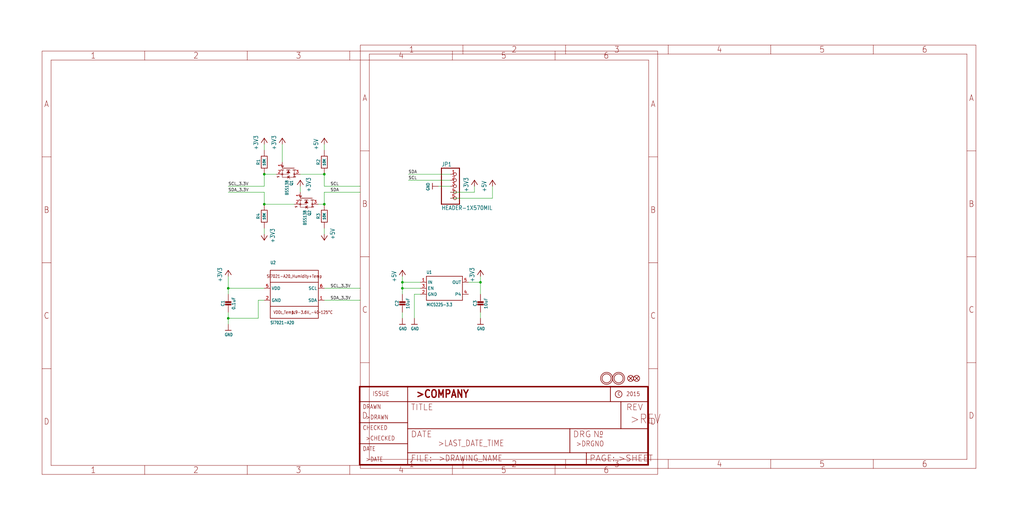
<source format=kicad_sch>
(kicad_sch (version 20211123) (generator eeschema)
  (paper "User" 433.07 220.421)
  (lib_symbols
    (symbol "eagleSchem-eagle-import:+3V3" (power)
      (property "Value" "+3V3" (at -2.54 -5.08 90))
      (symbol "+3V3_1_0"
        (polyline (pts (xy 0 0) (xy -1.27 -1.905)) (stroke (width 0.254)))
        (polyline (pts (xy 1.27 -1.905) (xy 0 0)) (stroke (width 0.254)))
        (pin power_in line (at 0 -2.54 90) (length 2.54) (name "+3V3") (number "1"))
      )
    )
    (symbol "eagleSchem-eagle-import:+5V" (power)
      (property "Value" "+5V" (at -2.54 -5.08 90))
      (symbol "+5V_1_0"
        (polyline (pts (xy 0 0) (xy -1.27 -1.905)) (stroke (width 0.254)))
        (polyline (pts (xy 1.27 -1.905) (xy 0 0)) (stroke (width 0.254)))
        (pin power_in line (at 0 -2.54 90) (length 2.54) (name "+5V") (number "1"))
      )
    )
    (symbol "eagleSchem-eagle-import:CAP_CERAMIC0805-NOOUTLINE"
      (property "Reference" "C" (at -2.29 1.25 90))
      (property "Value" "CAP_CERAMIC0805-NOOUTLINE" (at 2.3 1.25 90))
      (symbol "CAP_CERAMIC0805-NOOUTLINE_1_0"
        (rectangle (start -1.27 0.508) (end 1.27 1.016) (fill (type outline)))
        (rectangle (start -1.27 1.524) (end 1.27 2.032) (fill (type outline)))
        (polyline (pts (xy 0 0.762) (xy 0 0)) (stroke (width 0.1524)))
        (polyline (pts (xy 0 2.54) (xy 0 1.778)) (stroke (width 0.1524)))
        (pin passive line (at 0 5.08 270) (length 2.54) (name "1") (number "1"))
        (pin passive line (at 0 -2.54 90) (length 2.54) (name "2") (number "2"))
      )
    )
    (symbol "eagleSchem-eagle-import:FIDUCIAL{dblquote}{dblquote}"
      (symbol "FIDUCIAL{dblquote}{dblquote}_1_0"
        (polyline (pts (xy -0.762 0.762) (xy 0.762 -0.762)) (stroke (width 0.254)))
        (polyline (pts (xy 0.762 0.762) (xy -0.762 -0.762)) (stroke (width 0.254)))
        (circle (center 0 0) (radius 1.27) (stroke (width 0.254)))
      )
    )
    (symbol "eagleSchem-eagle-import:FRAME_A4"
      (symbol "FRAME_A4_0_0"
        (polyline (pts (xy 0 44.7675) (xy 3.81 44.7675)))
        (polyline (pts (xy 0 89.535) (xy 3.81 89.535)))
        (polyline (pts (xy 0 134.3025) (xy 3.81 134.3025)))
        (polyline (pts (xy 3.81 3.81) (xy 3.81 175.26)))
        (polyline (pts (xy 43.3917 0) (xy 43.3917 3.81)))
        (polyline (pts (xy 43.3917 175.26) (xy 43.3917 179.07)))
        (polyline (pts (xy 86.7833 0) (xy 86.7833 3.81)))
        (polyline (pts (xy 86.7833 175.26) (xy 86.7833 179.07)))
        (polyline (pts (xy 130.175 0) (xy 130.175 3.81)))
        (polyline (pts (xy 130.175 175.26) (xy 130.175 179.07)))
        (polyline (pts (xy 173.5667 0) (xy 173.5667 3.81)))
        (polyline (pts (xy 173.5667 175.26) (xy 173.5667 179.07)))
        (polyline (pts (xy 216.9583 0) (xy 216.9583 3.81)))
        (polyline (pts (xy 216.9583 175.26) (xy 216.9583 179.07)))
        (polyline (pts (xy 256.54 3.81) (xy 3.81 3.81)))
        (polyline (pts (xy 256.54 3.81) (xy 256.54 175.26)))
        (polyline (pts (xy 256.54 44.7675) (xy 260.35 44.7675)))
        (polyline (pts (xy 256.54 89.535) (xy 260.35 89.535)))
        (polyline (pts (xy 256.54 134.3025) (xy 260.35 134.3025)))
        (polyline (pts (xy 256.54 175.26) (xy 3.81 175.26)))
        (polyline (pts (xy 0 0) (xy 260.35 0) (xy 260.35 179.07) (xy 0 179.07) (xy 0 0)))
        (text "1" (at 21.6958 1.905 0) (effects (font (size 2.54 2.286))))
        (text "1" (at 21.6958 177.165 0) (effects (font (size 2.54 2.286))))
        (text "2" (at 65.0875 1.905 0) (effects (font (size 2.54 2.286))))
        (text "2" (at 65.0875 177.165 0) (effects (font (size 2.54 2.286))))
        (text "3" (at 108.4792 1.905 0) (effects (font (size 2.54 2.286))))
        (text "3" (at 108.4792 177.165 0) (effects (font (size 2.54 2.286))))
        (text "4" (at 151.8708 1.905 0) (effects (font (size 2.54 2.286))))
        (text "4" (at 151.8708 177.165 0) (effects (font (size 2.54 2.286))))
        (text "5" (at 195.2625 1.905 0) (effects (font (size 2.54 2.286))))
        (text "5" (at 195.2625 177.165 0) (effects (font (size 2.54 2.286))))
        (text "6" (at 238.6542 1.905 0) (effects (font (size 2.54 2.286))))
        (text "6" (at 238.6542 177.165 0) (effects (font (size 2.54 2.286))))
        (text "A" (at 1.905 156.6863 0) (effects (font (size 2.54 2.286))))
        (text "A" (at 258.445 156.6863 0) (effects (font (size 2.54 2.286))))
        (text "B" (at 1.905 111.9188 0) (effects (font (size 2.54 2.286))))
        (text "B" (at 258.445 111.9188 0) (effects (font (size 2.54 2.286))))
        (text "C" (at 1.905 67.1513 0) (effects (font (size 2.54 2.286))))
        (text "C" (at 258.445 67.1513 0) (effects (font (size 2.54 2.286))))
        (text "D" (at 1.905 22.3838 0) (effects (font (size 2.54 2.286))))
        (text "D" (at 258.445 22.3838 0) (effects (font (size 2.54 2.286))))
      )
      (symbol "FRAME_A4_1_0"
        (polyline (pts (xy 256.54 3.81) (xy 256.54 8.89)) (stroke (width 0.1016)))
        (polyline (pts (xy 256.54 8.89) (xy 256.54 13.97)) (stroke (width 0.1016)))
        (polyline (pts (xy 256.54 13.97) (xy 256.54 19.05)) (stroke (width 0.1016)))
        (polyline (pts (xy 256.54 19.05) (xy 256.54 36.83)) (stroke (width 0.1016)))
      )
      (symbol "FRAME_A4_2_0"
        (polyline (pts (xy -0.3048 1.5748) (xy 20.0152 1.5748)) (stroke (width 0.6096)))
        (polyline (pts (xy -0.3048 10.4648) (xy -0.3048 1.5748)) (stroke (width 0.6096)))
        (polyline (pts (xy -0.3048 10.4648) (xy 20.0152 10.4648)) (stroke (width 0.3048)))
        (polyline (pts (xy -0.3048 19.3548) (xy -0.3048 10.4648)) (stroke (width 0.6096)))
        (polyline (pts (xy -0.3048 19.3548) (xy 20.0152 19.3548)) (stroke (width 0.3048)))
        (polyline (pts (xy -0.3048 28.2448) (xy -0.3048 19.3548)) (stroke (width 0.6096)))
        (polyline (pts (xy -0.3048 28.2448) (xy 20.0152 28.2448)) (stroke (width 0.3048)))
        (polyline (pts (xy -0.3048 34.5948) (xy -0.3048 28.2448)) (stroke (width 0.6096)))
        (polyline (pts (xy 20.0152 1.5748) (xy 20.0152 6.6548)) (stroke (width 0.3048)))
        (polyline (pts (xy 20.0152 1.5748) (xy 95.5802 1.5748)) (stroke (width 0.6096)))
        (polyline (pts (xy 20.0152 6.6548) (xy 20.0152 10.4648)) (stroke (width 0.3048)))
        (polyline (pts (xy 20.0152 6.6548) (xy 88.5952 6.6548)) (stroke (width 0.3048)))
        (polyline (pts (xy 20.0152 10.4648) (xy 20.0152 16.8148)) (stroke (width 0.3048)))
        (polyline (pts (xy 20.0152 16.8148) (xy 20.0152 19.3548)) (stroke (width 0.3048)))
        (polyline (pts (xy 20.0152 19.3548) (xy 20.0152 28.2448)) (stroke (width 0.3048)))
        (polyline (pts (xy 20.0152 28.2448) (xy 20.0152 34.5948)) (stroke (width 0.3048)))
        (polyline (pts (xy 20.0152 28.2448) (xy 105.7402 28.2448)) (stroke (width 0.3048)))
        (polyline (pts (xy 20.0152 34.5948) (xy -0.3048 34.5948)) (stroke (width 0.6096)))
        (polyline (pts (xy 88.5952 6.6548) (xy 95.5802 6.6548)) (stroke (width 0.3048)))
        (polyline (pts (xy 88.5952 16.8148) (xy 20.0152 16.8148)) (stroke (width 0.3048)))
        (polyline (pts (xy 88.5952 16.8148) (xy 88.5952 6.6548)) (stroke (width 0.3048)))
        (polyline (pts (xy 95.5802 1.5748) (xy 121.6152 1.5748)) (stroke (width 0.6096)))
        (polyline (pts (xy 95.5802 6.6548) (xy 95.5802 1.5748)) (stroke (width 0.3048)))
        (polyline (pts (xy 95.5802 6.6548) (xy 121.6152 6.6548)) (stroke (width 0.3048)))
        (polyline (pts (xy 101.2952 13.3223) (xy 102.2477 13.3223)) (stroke (width 0.254)))
        (polyline (pts (xy 105.7402 28.2448) (xy 105.7402 34.5948)) (stroke (width 0.3048)))
        (polyline (pts (xy 105.7402 28.2448) (xy 110.1852 28.2448)) (stroke (width 0.3048)))
        (polyline (pts (xy 105.7402 34.5948) (xy 20.0152 34.5948)) (stroke (width 0.6096)))
        (polyline (pts (xy 110.1852 16.8148) (xy 88.5952 16.8148)) (stroke (width 0.3048)))
        (polyline (pts (xy 110.1852 28.2448) (xy 110.1852 16.8148)) (stroke (width 0.3048)))
        (polyline (pts (xy 110.1852 28.2448) (xy 121.6152 28.2448)) (stroke (width 0.3048)))
        (polyline (pts (xy 121.6152 6.6548) (xy 121.6152 1.5748)) (stroke (width 0.6096)))
        (polyline (pts (xy 121.6152 16.8148) (xy 110.1852 16.8148)) (stroke (width 0.3048)))
        (polyline (pts (xy 121.6152 16.8148) (xy 121.6152 6.6548)) (stroke (width 0.6096)))
        (polyline (pts (xy 121.6152 28.2448) (xy 121.6152 16.8148)) (stroke (width 0.6096)))
        (polyline (pts (xy 121.6152 34.5948) (xy 105.7402 34.5948)) (stroke (width 0.6096)))
        (polyline (pts (xy 121.6152 34.5948) (xy 121.6152 28.2448)) (stroke (width 0.6096)))
        (circle (center 109.2327 31.4198) (radius 1.4199) (stroke (width 0.254)))
        (text "2015" (at 112.4077 30.4673 0) (effects (font (size 1.778 1.5113)) (justify left bottom)))
        (text ">CHECKED" (at 2.2352 11.7348 0) (effects (font (size 1.778 1.5113)) (justify left bottom)))
        (text ">COMPANY" (at 23.349 29.6735 0) (effects (font (size 3.175 2.6987) (thickness 0.5397) bold) (justify left bottom)))
        (text ">DATE" (at 2.2352 2.8448 0) (effects (font (size 1.778 1.5113)) (justify left bottom)))
        (text ">DRAWING_NAME" (at 33.0327 2.8448 0) (effects (font (size 2.54 2.159)) (justify left bottom)))
        (text ">DRAWN" (at 2.2352 20.6248 0) (effects (font (size 1.778 1.5113)) (justify left bottom)))
        (text ">DRGNO" (at 91.1352 9.1948 0) (effects (font (size 2.1844 1.8567)) (justify left bottom)))
        (text ">LAST_DATE_TIME" (at 32.7152 9.1948 0) (effects (font (size 2.54 2.159)) (justify left bottom)))
        (text ">REV" (at 113.9952 18.7198 0) (effects (font (size 3.81 3.2385)) (justify left bottom)))
        (text ">SHEET" (at 108.9152 2.8448 0) (effects (font (size 2.54 2.54)) (justify left bottom)))
        (text "C" (at 108.7564 30.7848 0) (effects (font (size 1.27 1.0795)) (justify left bottom)))
        (text "CHECKED" (at 0.9652 16.1798 0) (effects (font (size 1.778 1.5113)) (justify left bottom)))
        (text "DATE" (at 0.9652 7.2898 0) (effects (font (size 1.778 1.5113)) (justify left bottom)))
        (text "DATE" (at 21.2852 13.0048 0) (effects (font (size 2.54 2.54)) (justify left bottom)))
        (text "DRAWN" (at 0.9652 25.0698 0) (effects (font (size 1.778 1.5113)) (justify left bottom)))
        (text "DRG" (at 89.8652 13.0048 0) (effects (font (size 2.54 2.54)) (justify left bottom)))
        (text "FILE:" (at 21.2852 2.8448 0) (effects (font (size 2.54 2.54)) (justify left bottom)))
        (text "ISSUE" (at 5.0927 30.4673 0) (effects (font (size 1.9304 1.6408)) (justify left bottom)))
        (text "N" (at 98.4377 13.0048 0) (effects (font (size 2.54 2.54)) (justify left bottom)))
        (text "o" (at 100.9777 13.9573 0) (effects (font (size 2.1844 1.8567)) (justify left bottom)))
        (text "PAGE:" (at 96.8502 2.8448 0) (effects (font (size 2.54 2.54)) (justify left bottom)))
        (text "REV" (at 112.4077 24.4348 0) (effects (font (size 2.54 2.54)) (justify left bottom)))
        (text "TITLE" (at 21.2852 24.4348 0) (effects (font (size 2.54 2.54)) (justify left bottom)))
      )
    )
    (symbol "eagleSchem-eagle-import:GND" (power)
      (property "Value" "GND" (at -1.524 -2.54 0))
      (symbol "GND_1_0"
        (polyline (pts (xy -1.27 0) (xy 1.27 0)) (stroke (width 0.254)))
        (pin power_in line (at 0 2.54 270) (length 2.54) (name "GND") (number "1"))
      )
    )
    (symbol "eagleSchem-eagle-import:HEADER-1X570MIL"
      (property "Reference" "JP" (at -6.35 8.255 0))
      (property "Value" "HEADER-1X570MIL" (at -6.35 -10.16 0))
      (symbol "HEADER-1X570MIL_1_0"
        (polyline (pts (xy -6.35 -7.62) (xy 1.27 -7.62)) (stroke (width 0.4064)))
        (polyline (pts (xy -6.35 7.62) (xy -6.35 -7.62)) (stroke (width 0.4064)))
        (polyline (pts (xy 1.27 -7.62) (xy 1.27 7.62)) (stroke (width 0.4064)))
        (polyline (pts (xy 1.27 7.62) (xy -6.35 7.62)) (stroke (width 0.4064)))
        (pin passive inverted (at -2.54 5.08 0) (length 2.54) (name "1") (number "1"))
        (pin passive inverted (at -2.54 2.54 0) (length 2.54) (name "2") (number "2"))
        (pin passive inverted (at -2.54 0 0) (length 2.54) (name "3") (number "3"))
        (pin passive inverted (at -2.54 -2.54 0) (length 2.54) (name "4") (number "4"))
        (pin passive inverted (at -2.54 -5.08 0) (length 2.54) (name "5") (number "5"))
      )
    )
    (symbol "eagleSchem-eagle-import:MOSFET-NWIDE"
      (property "Reference" "Q" (at 5.08 0.635 0))
      (property "Value" "MOSFET-NWIDE" (at 5.08 -1.27 0))
      (symbol "MOSFET-NWIDE_1_0"
        (polyline (pts (xy 0 2.54) (xy 0 -2.54)) (stroke (width 0.254)))
        (polyline (pts (xy 0.762 -2.54) (xy 0.762 -3.175)) (stroke (width 0.254)))
        (polyline (pts (xy 0.762 -1.905) (xy 0.762 -2.54)) (stroke (width 0.254)))
        (polyline (pts (xy 0.762 0) (xy 0.762 -0.762)) (stroke (width 0.254)))
        (polyline (pts (xy 0.762 0) (xy 2.54 0)) (stroke (width 0.1524)))
        (polyline (pts (xy 0.762 0.762) (xy 0.762 0)) (stroke (width 0.254)))
        (polyline (pts (xy 0.762 2.54) (xy 0.762 1.905)) (stroke (width 0.254)))
        (polyline (pts (xy 0.762 2.54) (xy 3.81 2.54)) (stroke (width 0.1524)))
        (polyline (pts (xy 0.762 3.175) (xy 0.762 2.54)) (stroke (width 0.254)))
        (polyline (pts (xy 2.54 -2.54) (xy 0.762 -2.54)) (stroke (width 0.1524)))
        (polyline (pts (xy 2.54 -2.54) (xy 3.81 -2.54)) (stroke (width 0.1524)))
        (polyline (pts (xy 2.54 0) (xy 2.54 -2.54)) (stroke (width 0.1524)))
        (polyline (pts (xy 3.302 0.508) (xy 3.048 0.254)) (stroke (width 0.1524)))
        (polyline (pts (xy 3.81 0.508) (xy 3.302 0.508)) (stroke (width 0.1524)))
        (polyline (pts (xy 3.81 0.508) (xy 3.81 -2.54)) (stroke (width 0.1524)))
        (polyline (pts (xy 3.81 2.54) (xy 3.81 0.508)) (stroke (width 0.1524)))
        (polyline (pts (xy 4.318 0.508) (xy 3.81 0.508)) (stroke (width 0.1524)))
        (polyline (pts (xy 4.572 0.762) (xy 4.318 0.508)) (stroke (width 0.1524)))
        (polyline (pts (xy 1.016 0) (xy 2.032 0.762) (xy 2.032 -0.762)) (fill (type outline)))
        (polyline (pts (xy 3.81 0.508) (xy 3.302 -0.254) (xy 4.318 -0.254)) (fill (type outline)))
        (circle (center 2.54 -2.54) (radius 0.3592))
        (circle (center 2.54 2.54) (radius 0.3592))
        (text "D" (at 3.175 3.175 0) (effects (font (size 0.8128 0.6908)) (justify left bottom)))
        (text "G" (at -1.27 -1.905 0) (effects (font (size 0.8128 0.6908)) (justify left bottom)))
        (text "S" (at 3.175 -3.81 0) (effects (font (size 0.8128 0.6908)) (justify left bottom)))
        (pin bidirectional line (at -2.54 -2.54 0) (length 2.54) (name "G") (number "1"))
        (pin bidirectional line (at 2.54 -5.08 90) (length 2.54) (name "S") (number "2"))
        (pin bidirectional line (at 2.54 5.08 270) (length 2.54) (name "D") (number "3"))
      )
    )
    (symbol "eagleSchem-eagle-import:MOUNTINGHOLE2.5"
      (symbol "MOUNTINGHOLE2.5_1_0"
        (circle (center 0 0) (radius 1.905) (stroke (width 0.254)))
        (circle (center 0 0) (radius 2.54) (stroke (width 0.254)))
      )
    )
    (symbol "eagleSchem-eagle-import:RESISTOR0805_NOOUTLINE"
      (property "Reference" "R" (at 0 2.54 0))
      (property "Value" "RESISTOR0805_NOOUTLINE" (at 0 0 0))
      (symbol "RESISTOR0805_NOOUTLINE_1_0"
        (polyline (pts (xy -2.54 -1.27) (xy -2.54 1.27)) (stroke (width 0.254)))
        (polyline (pts (xy -2.54 1.27) (xy 2.54 1.27)) (stroke (width 0.254)))
        (polyline (pts (xy 2.54 -1.27) (xy -2.54 -1.27)) (stroke (width 0.254)))
        (polyline (pts (xy 2.54 1.27) (xy 2.54 -1.27)) (stroke (width 0.254)))
        (pin passive line (at -5.08 0 0) (length 2.54) (name "1") (number "1"))
        (pin passive line (at 5.08 0 180) (length 2.54) (name "2") (number "2"))
      )
    )
    (symbol "eagleSchem-eagle-import:SI7021-A20"
      (property "Value" "SI7021-A20" (at -10.16 -12.7 0))
      (symbol "SI7021-A20_1_0"
        (polyline (pts (xy -10.16 -10.16) (xy 10.16 -10.16)) (stroke (width 0.254)))
        (polyline (pts (xy -10.16 -5.08) (xy -10.16 -10.16)) (stroke (width 0.254)))
        (polyline (pts (xy -10.16 -5.08) (xy -10.16 5.08)) (stroke (width 0.254)))
        (polyline (pts (xy -10.16 5.08) (xy -10.16 10.16)) (stroke (width 0.254)))
        (polyline (pts (xy -10.16 5.08) (xy 10.16 5.08)) (stroke (width 0.254)))
        (polyline (pts (xy -10.16 10.16) (xy 10.16 10.16)) (stroke (width 0.254)))
        (polyline (pts (xy 10.16 -10.16) (xy 10.16 -5.08)) (stroke (width 0.254)))
        (polyline (pts (xy 10.16 -5.08) (xy -10.16 -5.08)) (stroke (width 0.254)))
        (polyline (pts (xy 10.16 5.08) (xy 10.16 -5.08)) (stroke (width 0.254)))
        (polyline (pts (xy 10.16 10.16) (xy 10.16 5.08)) (stroke (width 0.254)))
        (text "1.9-3.6V_-40~125°C" (at -1.27 -7.62 0) (effects (font (size 1.27 1.0795)) (justify left)))
        (text "Si7021-A20_Humidity+Temp" (at 0 7.62 0) (effects (font (size 1.27 1.0795))))
        (text "VDD:_Temp:" (at -8.89 -7.62 0) (effects (font (size 1.27 1.0795)) (justify left)))
        (pin open_collector line (at 12.7 -2.54 180) (length 2.54) (name "SDA") (number "1"))
        (pin power_in line (at -12.7 -2.54 0) (length 2.54) (name "GND") (number "2"))
        (pin power_in line (at -12.7 2.54 0) (length 2.54) (name "VDD") (number "5"))
        (pin open_collector line (at 12.7 2.54 180) (length 2.54) (name "SCL") (number "6"))
      )
    )
    (symbol "eagleSchem-eagle-import:VREG_SOT23-5"
      (property "Reference" "U" (at -7.62 6.096 0))
      (property "Value" "VREG_SOT23-5" (at -7.62 -7.62 0))
      (symbol "VREG_SOT23-5_1_0"
        (polyline (pts (xy -7.62 -5.08) (xy -7.62 5.08)) (stroke (width 0.254)))
        (polyline (pts (xy -7.62 5.08) (xy 7.62 5.08)) (stroke (width 0.254)))
        (polyline (pts (xy 7.62 -5.08) (xy -7.62 -5.08)) (stroke (width 0.254)))
        (polyline (pts (xy 7.62 5.08) (xy 7.62 -5.08)) (stroke (width 0.254)))
        (pin power_in line (at -10.16 2.54 0) (length 2.54) (name "IN") (number "1"))
        (pin power_in line (at -10.16 -2.54 0) (length 2.54) (name "GND") (number "2"))
        (pin input line (at -10.16 0 0) (length 2.54) (name "EN") (number "3"))
        (pin bidirectional line (at 10.16 -2.54 180) (length 2.54) (name "P4") (number "4"))
        (pin power_in line (at 10.16 2.54 180) (length 2.54) (name "OUT") (number "5"))
      )
    )
  )
  (junction (at 170.18 119.38))
  (junction (at 96.52 121.92))
  (junction (at 111.76 86.36))
  (junction (at 170.18 121.92))
  (junction (at 137.16 73.66))
  (junction (at 137.16 86.36))
  (junction (at 203.2 119.38))
  (junction (at 96.52 134.62))
  (junction (at 111.76 73.66))
  (wire (pts (xy 111.76 78.74) (xy 96.52 78.74)))
  (wire (pts (xy 203.2 124.46) (xy 203.2 119.38)))
  (wire (pts (xy 203.2 119.38) (xy 203.2 116.84)))
  (wire (pts (xy 190.5 76.2) (xy 172.72 76.2)))
  (wire (pts (xy 203.2 132.08) (xy 203.2 134.62)))
  (wire (pts (xy 175.26 124.46) (xy 175.26 134.62)))
  (wire (pts (xy 137.16 60.96) (xy 137.16 63.5)))
  (wire (pts (xy 109.22 134.62) (xy 109.22 127)))
  (wire (pts (xy 96.52 81.28) (xy 111.76 81.28)))
  (wire (pts (xy 190.5 83.82) (xy 208.28 83.82)))
  (wire (pts (xy 96.52 124.46) (xy 96.52 121.92)))
  (wire (pts (xy 172.72 73.66) (xy 190.5 73.66)))
  (wire (pts (xy 177.8 119.38) (xy 170.18 119.38)))
  (wire (pts (xy 190.5 81.28) (xy 200.66 81.28)))
  (wire (pts (xy 170.18 119.38) (xy 170.18 116.84)))
  (wire (pts (xy 190.5 78.74) (xy 185.42 78.74)))
  (wire (pts (xy 109.22 127) (xy 111.76 127)))
  (wire (pts (xy 137.16 73.66) (xy 137.16 78.74)))
  (wire (pts (xy 170.18 121.92) (xy 170.18 124.46)))
  (wire (pts (xy 96.52 116.84) (xy 96.52 121.92)))
  (wire (pts (xy 96.52 134.62) (xy 96.52 137.16)))
  (wire (pts (xy 111.76 78.74) (xy 111.76 73.66)))
  (wire (pts (xy 170.18 121.92) (xy 170.18 119.38)))
  (wire (pts (xy 137.16 99.06) (xy 137.16 96.52)))
  (wire (pts (xy 96.52 121.92) (xy 111.76 121.92)))
  (wire (pts (xy 137.16 86.36) (xy 134.62 86.36)))
  (wire (pts (xy 119.38 68.58) (xy 119.38 60.96)))
  (wire (pts (xy 96.52 134.62) (xy 109.22 134.62)))
  (wire (pts (xy 96.52 132.08) (xy 96.52 134.62)))
  (wire (pts (xy 111.76 73.66) (xy 116.84 73.66)))
  (wire (pts (xy 124.46 86.36) (xy 111.76 86.36)))
  (wire (pts (xy 111.76 86.36) (xy 111.76 81.28)))
  (wire (pts (xy 111.76 99.06) (xy 111.76 96.52)))
  (wire (pts (xy 111.76 60.96) (xy 111.76 63.5)))
  (wire (pts (xy 137.16 127) (xy 152.4 127)))
  (wire (pts (xy 137.16 86.36) (xy 137.16 81.28)))
  (wire (pts (xy 200.66 81.28) (xy 200.66 78.74)))
  (wire (pts (xy 177.8 121.92) (xy 170.18 121.92)))
  (wire (pts (xy 208.28 83.82) (xy 208.28 78.74)))
  (wire (pts (xy 127 78.74) (xy 127 81.28)))
  (wire (pts (xy 137.16 78.74) (xy 152.4 78.74)))
  (wire (pts (xy 170.18 132.08) (xy 170.18 134.62)))
  (wire (pts (xy 127 73.66) (xy 137.16 73.66)))
  (wire (pts (xy 152.4 121.92) (xy 137.16 121.92)))
  (wire (pts (xy 177.8 124.46) (xy 175.26 124.46)))
  (wire (pts (xy 137.16 81.28) (xy 152.4 81.28)))
  (wire (pts (xy 198.12 119.38) (xy 203.2 119.38)))
  (label "SCL" (at 139.7 78.74 0) (effects (font (size 1.2446 1.2446))))
  (label "SDA_3.3V" (at 139.7 127 0) (effects (font (size 1.2446 1.2446))))
  (label "SCL" (at 172.72 76.2 0) (effects (font (size 1.2446 1.2446))))
  (label "SCL_3.3V" (at 96.52 78.74 0) (effects (font (size 1.2446 1.2446))))
  (label "SDA_3.3V" (at 96.52 81.28 0) (effects (font (size 1.2446 1.2446))))
  (label "SCL_3.3V" (at 139.7 121.92 0) (effects (font (size 1.2446 1.2446))))
  (label "SDA" (at 172.72 73.66 0) (effects (font (size 1.2446 1.2446))))
  (label "SDA" (at 139.7 81.28 0) (effects (font (size 1.2446 1.2446))))
  (symbol (lib_id "eagleSchem-eagle-import:GND") (at 96.52 139.7 0) (unit 1)
    (property "Reference" "#U$2" (effects hide))
    (property "Value" "GND" (at 94.996 142.24 0) (effects (font (size 1.27 1.0795)) (justify left bottom)))
    (property "Footprint" "eagleSchem:" (effects hide))
  )
  (symbol (lib_id "eagleSchem-eagle-import:RESISTOR0805_NOOUTLINE") (at 111.76 91.44 90) (unit 1)
    (property "Reference" "R4" (at 109.22 91.44 0))
    (property "Value" "10K" (at 111.76 91.44 0) (effects (font (size 1.016 1.016) bold)))
    (property "Footprint" "eagleSchem:0805-NO" (effects hide))
  )
  (symbol (lib_id "eagleSchem-eagle-import:+3V3") (at 96.52 114.3 0) (unit 1)
    (property "Reference" "#+3V1" (effects hide))
    (property "Value" "+3V3" (at 93.98 119.38 90) (effects (font (size 1.778 1.5113)) (justify left bottom)))
    (property "Footprint" "eagleSchem:" (effects hide))
  )
  (symbol (lib_id "eagleSchem-eagle-import:RESISTOR0805_NOOUTLINE") (at 111.76 68.58 90) (unit 1)
    (property "Reference" "R1" (at 109.22 68.58 0))
    (property "Value" "10K" (at 111.76 68.58 0) (effects (font (size 1.016 1.016) bold)))
    (property "Footprint" "eagleSchem:0805-NO" (effects hide))
  )
  (symbol (lib_id "eagleSchem-eagle-import:MOUNTINGHOLE2.5") (at 256.54 160.02 0) (unit 1)
    (property "Reference" "U$7" (effects hide))
    (property "Value" "MOUNTINGHOLE2.5" (effects hide))
    (property "Footprint" "eagleSchem:MOUNTINGHOLE_2.5_PLATED" (effects hide))
  )
  (symbol (lib_id "eagleSchem-eagle-import:RESISTOR0805_NOOUTLINE") (at 137.16 68.58 90) (unit 1)
    (property "Reference" "R2" (at 134.62 68.58 0))
    (property "Value" "10K" (at 137.16 68.58 0) (effects (font (size 1.016 1.016) bold)))
    (property "Footprint" "eagleSchem:0805-NO" (effects hide))
  )
  (symbol (lib_id "eagleSchem-eagle-import:SI7021-A20") (at 124.46 124.46 0) (unit 1)
    (property "Reference" "U2" (at 114.3 111.76 0) (effects (font (size 1.27 1.0795)) (justify left bottom)))
    (property "Value" "Si7021-A20" (at 114.3 137.16 0) (effects (font (size 1.27 1.0795)) (justify left bottom)))
    (property "Footprint" "eagleSchem:DFN6_3X3_SI" (effects hide))
  )
  (symbol (lib_id "eagleSchem-eagle-import:+3V3") (at 111.76 58.42 0) (unit 1)
    (property "Reference" "#+3V4" (effects hide))
    (property "Value" "+3V3" (at 109.22 63.5 90) (effects (font (size 1.778 1.5113)) (justify left bottom)))
    (property "Footprint" "eagleSchem:" (effects hide))
  )
  (symbol (lib_id "eagleSchem-eagle-import:MOUNTINGHOLE2.5") (at 261.62 160.02 0) (unit 1)
    (property "Reference" "U$6" (effects hide))
    (property "Value" "MOUNTINGHOLE2.5" (effects hide))
    (property "Footprint" "eagleSchem:MOUNTINGHOLE_2.5_PLATED" (effects hide))
  )
  (symbol (lib_id "eagleSchem-eagle-import:GND") (at 170.18 137.16 0) (unit 1)
    (property "Reference" "#U$3" (effects hide))
    (property "Value" "GND" (at 168.656 139.7 0) (effects (font (size 1.27 1.0795)) (justify left bottom)))
    (property "Footprint" "eagleSchem:" (effects hide))
  )
  (symbol (lib_id "eagleSchem-eagle-import:+3V3") (at 119.38 58.42 0) (unit 1)
    (property "Reference" "#+3V2" (effects hide))
    (property "Value" "+3V3" (at 116.84 63.5 90) (effects (font (size 1.778 1.5113)) (justify left bottom)))
    (property "Footprint" "eagleSchem:" (effects hide))
  )
  (symbol (lib_id "eagleSchem-eagle-import:+3V3") (at 111.76 101.6 180) (unit 1)
    (property "Reference" "#+3V5" (effects hide))
    (property "Value" "+3V3" (at 114.3 96.52 90) (effects (font (size 1.778 1.5113)) (justify left bottom)))
    (property "Footprint" "eagleSchem:" (effects hide))
  )
  (symbol (lib_id "eagleSchem-eagle-import:MOSFET-NWIDE") (at 121.92 71.12 270) (unit 1)
    (property "Reference" "Q1" (at 122.555 76.2 0) (effects (font (size 1.27 1.0795)) (justify left bottom)))
    (property "Value" "BSS138" (at 120.65 76.2 0) (effects (font (size 1.27 1.0795)) (justify left bottom)))
    (property "Footprint" "eagleSchem:SOT23-WIDE" (effects hide))
  )
  (symbol (lib_id "eagleSchem-eagle-import:CAP_CERAMIC0805-NOOUTLINE") (at 170.18 129.54 0) (unit 1)
    (property "Reference" "C2" (at 167.89 128.29 90))
    (property "Value" "10uF" (at 172.48 128.29 90))
    (property "Footprint" "eagleSchem:0805-NO" (effects hide))
  )
  (symbol (lib_id "eagleSchem-eagle-import:+5V") (at 208.28 76.2 0) (unit 1)
    (property "Reference" "#P+4" (effects hide))
    (property "Value" "+5V" (at 205.74 81.28 90) (effects (font (size 1.778 1.5113)) (justify left bottom)))
    (property "Footprint" "eagleSchem:" (effects hide))
  )
  (symbol (lib_id "eagleSchem-eagle-import:+5V") (at 137.16 58.42 0) (unit 1)
    (property "Reference" "#P+1" (effects hide))
    (property "Value" "+5V" (at 134.62 63.5 90) (effects (font (size 1.778 1.5113)) (justify left bottom)))
    (property "Footprint" "eagleSchem:" (effects hide))
  )
  (symbol (lib_id "eagleSchem-eagle-import:GND") (at 175.26 137.16 0) (unit 1)
    (property "Reference" "#U$5" (effects hide))
    (property "Value" "GND" (at 173.736 139.7 0) (effects (font (size 1.27 1.0795)) (justify left bottom)))
    (property "Footprint" "eagleSchem:" (effects hide))
  )
  (symbol (lib_id "eagleSchem-eagle-import:FIDUCIAL{dblquote}{dblquote}") (at 269.24 160.02 0) (unit 1)
    (property "Reference" "FID1" (effects hide))
    (property "Value" "FIDUCIAL{dblquote}{dblquote}" (effects hide))
    (property "Footprint" "eagleSchem:FIDUCIAL_1MM" (effects hide))
  )
  (symbol (lib_id "eagleSchem-eagle-import:+3V3") (at 200.66 76.2 0) (unit 1)
    (property "Reference" "#+3V7" (effects hide))
    (property "Value" "+3V3" (at 198.12 81.28 90) (effects (font (size 1.778 1.5113)) (justify left bottom)))
    (property "Footprint" "eagleSchem:" (effects hide))
  )
  (symbol (lib_id "eagleSchem-eagle-import:FIDUCIAL{dblquote}{dblquote}") (at 266.7 160.02 0) (unit 1)
    (property "Reference" "FID2" (effects hide))
    (property "Value" "FIDUCIAL{dblquote}{dblquote}" (effects hide))
    (property "Footprint" "eagleSchem:FIDUCIAL_1MM" (effects hide))
  )
  (symbol (lib_id "eagleSchem-eagle-import:VREG_SOT23-5") (at 187.96 121.92 0) (unit 1)
    (property "Reference" "U1" (at 180.34 115.824 0) (effects (font (size 1.27 1.0795)) (justify left bottom)))
    (property "Value" "MIC5225-3.3" (at 180.34 129.54 0) (effects (font (size 1.27 1.0795)) (justify left bottom)))
    (property "Footprint" "eagleSchem:SOT23-5" (effects hide))
  )
  (symbol (lib_id "eagleSchem-eagle-import:+5V") (at 137.16 101.6 180) (unit 1)
    (property "Reference" "#P+3" (effects hide))
    (property "Value" "+5V" (at 139.7 96.52 90) (effects (font (size 1.778 1.5113)) (justify left bottom)))
    (property "Footprint" "eagleSchem:" (effects hide))
  )
  (symbol (lib_id "eagleSchem-eagle-import:CAP_CERAMIC0805-NOOUTLINE") (at 96.52 129.54 0) (unit 1)
    (property "Reference" "C1" (at 94.23 128.29 90))
    (property "Value" "0.1uF" (at 98.82 128.29 90))
    (property "Footprint" "eagleSchem:0805-NO" (effects hide))
  )
  (symbol (lib_id "eagleSchem-eagle-import:CAP_CERAMIC0805-NOOUTLINE") (at 203.2 129.54 0) (unit 1)
    (property "Reference" "C3" (at 200.91 128.29 90))
    (property "Value" "10uF" (at 205.5 128.29 90))
    (property "Footprint" "eagleSchem:0805-NO" (effects hide))
  )
  (symbol (lib_id "eagleSchem-eagle-import:+5V") (at 170.18 114.3 0) (unit 1)
    (property "Reference" "#P+2" (effects hide))
    (property "Value" "+5V" (at 167.64 119.38 90) (effects (font (size 1.778 1.5113)) (justify left bottom)))
    (property "Footprint" "eagleSchem:" (effects hide))
  )
  (symbol (lib_id "eagleSchem-eagle-import:FRAME_A4") (at 152.4 198.12 0) (unit 2)
    (property "Reference" "#FRAME1" (effects hide))
    (property "Value" "FRAME_A4" (effects hide))
    (property "Footprint" "eagleSchem:" (effects hide))
  )
  (symbol (lib_id "eagleSchem-eagle-import:RESISTOR0805_NOOUTLINE") (at 137.16 91.44 90) (unit 1)
    (property "Reference" "R3" (at 134.62 91.44 0))
    (property "Value" "10K" (at 137.16 91.44 0) (effects (font (size 1.016 1.016) bold)))
    (property "Footprint" "eagleSchem:0805-NO" (effects hide))
  )
  (symbol (lib_id "eagleSchem-eagle-import:GND") (at 203.2 137.16 0) (unit 1)
    (property "Reference" "#U$4" (effects hide))
    (property "Value" "GND" (at 201.676 139.7 0) (effects (font (size 1.27 1.0795)) (justify left bottom)))
    (property "Footprint" "eagleSchem:" (effects hide))
  )
  (symbol (lib_id "eagleSchem-eagle-import:GND") (at 182.88 78.74 270) (unit 1)
    (property "Reference" "#U$8" (effects hide))
    (property "Value" "GND" (at 180.34 77.216 0) (effects (font (size 1.27 1.0795)) (justify left bottom)))
    (property "Footprint" "eagleSchem:" (effects hide))
  )
  (symbol (lib_id "eagleSchem-eagle-import:MOSFET-NWIDE") (at 129.54 83.82 270) (unit 1)
    (property "Reference" "Q2" (at 130.175 88.9 0) (effects (font (size 1.27 1.0795)) (justify left bottom)))
    (property "Value" "BSS138" (at 128.27 88.9 0) (effects (font (size 1.27 1.0795)) (justify left bottom)))
    (property "Footprint" "eagleSchem:SOT23-WIDE" (effects hide))
  )
  (symbol (lib_id "eagleSchem-eagle-import:HEADER-1X570MIL") (at 193.04 78.74 0) (unit 1)
    (property "Reference" "JP1" (at 186.69 70.485 0) (effects (font (size 1.778 1.5113)) (justify left bottom)))
    (property "Value" "HEADER-1X570MIL" (at 186.69 88.9 0) (effects (font (size 1.778 1.5113)) (justify left bottom)))
    (property "Footprint" "eagleSchem:1X05_ROUND_70" (effects hide))
  )
  (symbol (lib_id "eagleSchem-eagle-import:+3V3") (at 203.2 114.3 0) (unit 1)
    (property "Reference" "#+3V6" (effects hide))
    (property "Value" "+3V3" (at 200.66 119.38 90) (effects (font (size 1.778 1.5113)) (justify left bottom)))
    (property "Footprint" "eagleSchem:" (effects hide))
  )
  (symbol (lib_id "eagleSchem-eagle-import:FRAME_A4") (at 17.78 200.66 0) (unit 1)
    (property "Reference" "#FRAME1" (effects hide))
    (property "Value" "FRAME_A4" (effects hide))
    (property "Footprint" "eagleSchem:" (effects hide))
  )
  (symbol (lib_id "eagleSchem-eagle-import:+3V3") (at 127 76.2 0) (mirror y) (unit 1)
    (property "Reference" "#+3V3" (effects hide))
    (property "Value" "+3V3" (at 129.54 81.28 90) (effects (font (size 1.778 1.5113)) (justify left bottom)))
    (property "Footprint" "eagleSchem:" (effects hide))
  )
)
</source>
